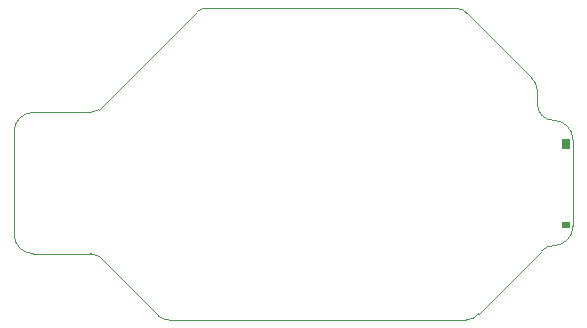
<source format=gbr>
%TF.GenerationSoftware,Altium Limited,Altium Designer,21.6.4 (81)*%
G04 Layer_Color=0*
%FSLAX26Y26*%
%MOIN*%
%TF.SameCoordinates,57458678-C278-4CFF-9AA2-19D65F52AC30*%
%TF.FilePolarity,Positive*%
%TF.FileFunction,Profile,NP*%
%TF.Part,Single*%
G01*
G75*
%TA.AperFunction,Profile*%
%ADD49C,0.001000*%
G36*
X1629921Y-143805D02*
X1606299D01*
Y-124120D01*
X1629921D01*
Y-143805D01*
D02*
G37*
G36*
Y118203D02*
X1606299D01*
Y152455D01*
X1629921D01*
Y118203D01*
D02*
G37*
D49*
X34799Y-229613D02*
G02*
X61040Y-238246I0J-44197D01*
G01*
X260315Y-437520D01*
D02*
G03*
X261260Y-438262I3549J3549D01*
G01*
D02*
G03*
X262739Y-440036I4487J2238D01*
G01*
D02*
G03*
X295276Y-450881I32536J43382D01*
G01*
D02*
G03*
X295639Y-450868I-0J5015D01*
G01*
D02*
G03*
X296260Y-450906I622J4984D01*
G01*
X1283465Y-450891D01*
D02*
G03*
X1283945Y-450868I-0J5014D01*
G01*
D02*
G03*
X1284429Y-450891I484J4995D01*
G01*
D02*
G03*
X1327650Y-429430I-0J54252D01*
G01*
D02*
G03*
X1327860Y-429231I-3304J3704D01*
G01*
X1536854Y-219797D01*
D02*
G03*
X1538560Y-218678I-1840J4665D01*
G01*
D02*
G02*
X1576741Y-202850I38212J-38212D01*
G01*
D02*
G02*
X1576772Y-202850I15J-13510D01*
G01*
D02*
G03*
X1640842Y-138780I-0J64070D01*
G01*
Y150591D01*
D02*
G03*
X1576772Y214661I-64070J0D01*
G01*
D02*
G03*
X1576741Y214661I-0J-5015D01*
G01*
D02*
G02*
X1522732Y268701I30J54040D01*
G01*
D02*
G03*
X1522732Y268719I-285J9D01*
G01*
X1522831Y311218D01*
D02*
G03*
X1522831Y311230I-1254J6D01*
G01*
D02*
G03*
X1522719Y312281I-5015J0D01*
G01*
D02*
G03*
X1502482Y357765I-64057J-1257D01*
G01*
D02*
G03*
X1501524Y358470I-3423J-3649D01*
G01*
X1293930Y566063D01*
D02*
G03*
X1293382Y566985I-4552J-2082D01*
G01*
D02*
G03*
X1250000Y588676I-43382J-32536D01*
G01*
D02*
G03*
X1249637Y588663I-4J-4939D01*
G01*
D02*
G03*
X1249016Y588702I-620J-4964D01*
G01*
X421579D01*
D02*
G03*
X420938Y588661I-2J-4991D01*
G01*
D02*
G03*
X389707Y577831I1306J-54210D01*
G01*
D02*
G03*
X388893Y577064I3003J-4006D01*
G01*
D02*
G03*
X386791Y575808I1443J-4801D01*
G01*
X61040Y250057D01*
D02*
G02*
X34799Y241424I-26241J35565D01*
G01*
D02*
G03*
X33437Y241236I0J-5015D01*
G01*
X-157480D01*
D02*
G03*
X-221550Y177165I0J-64070D01*
G01*
Y-165354D01*
D02*
G03*
X-157480Y-229424I64070J0D01*
G01*
X33437D01*
D02*
G03*
X34799Y-229613I1362J4827D01*
G01*
%TF.MD5,aa9c3944f764ef1b059d0ba424771462*%
M02*

</source>
